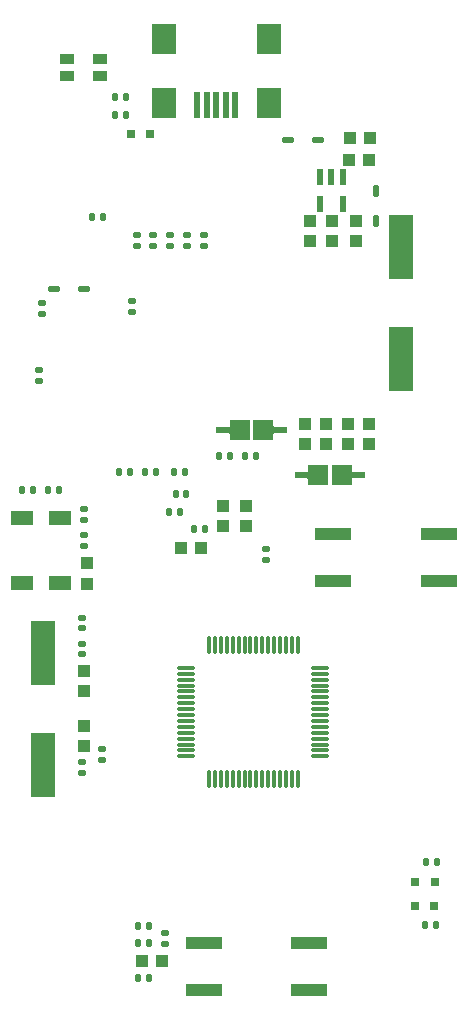
<source format=gbr>
G04*
G04 #@! TF.GenerationSoftware,Altium Limited,Altium Designer,22.4.2 (48)*
G04*
G04 Layer_Color=8421504*
%FSLAX25Y25*%
%MOIN*%
G70*
G04*
G04 #@! TF.SameCoordinates,2D1903EE-2603-4782-A524-194C17E073E1*
G04*
G04*
G04 #@! TF.FilePolarity,Positive*
G04*
G01*
G75*
%ADD13R,0.07874X0.21654*%
G04:AMPARAMS|DCode=14|XSize=57.87mil|YSize=11.02mil|CornerRadius=1.38mil|HoleSize=0mil|Usage=FLASHONLY|Rotation=0.000|XOffset=0mil|YOffset=0mil|HoleType=Round|Shape=RoundedRectangle|*
%AMROUNDEDRECTD14*
21,1,0.05787,0.00827,0,0,0.0*
21,1,0.05512,0.01102,0,0,0.0*
1,1,0.00276,0.02756,-0.00413*
1,1,0.00276,-0.02756,-0.00413*
1,1,0.00276,-0.02756,0.00413*
1,1,0.00276,0.02756,0.00413*
%
%ADD14ROUNDEDRECTD14*%
G04:AMPARAMS|DCode=15|XSize=57.87mil|YSize=11.02mil|CornerRadius=1.38mil|HoleSize=0mil|Usage=FLASHONLY|Rotation=90.000|XOffset=0mil|YOffset=0mil|HoleType=Round|Shape=RoundedRectangle|*
%AMROUNDEDRECTD15*
21,1,0.05787,0.00827,0,0,90.0*
21,1,0.05512,0.01102,0,0,90.0*
1,1,0.00276,0.00413,0.02756*
1,1,0.00276,0.00413,-0.02756*
1,1,0.00276,-0.00413,-0.02756*
1,1,0.00276,-0.00413,0.02756*
%
%ADD15ROUNDEDRECTD15*%
%ADD16R,0.03150X0.03150*%
%ADD17R,0.03937X0.04331*%
%ADD18R,0.12205X0.03937*%
%ADD19R,0.07480X0.05118*%
G04:AMPARAMS|DCode=20|XSize=19.29mil|YSize=23.62mil|CornerRadius=1.93mil|HoleSize=0mil|Usage=FLASHONLY|Rotation=180.000|XOffset=0mil|YOffset=0mil|HoleType=Round|Shape=RoundedRectangle|*
%AMROUNDEDRECTD20*
21,1,0.01929,0.01976,0,0,180.0*
21,1,0.01543,0.02362,0,0,180.0*
1,1,0.00386,-0.00772,0.00988*
1,1,0.00386,0.00772,0.00988*
1,1,0.00386,0.00772,-0.00988*
1,1,0.00386,-0.00772,-0.00988*
%
%ADD20ROUNDEDRECTD20*%
G04:AMPARAMS|DCode=21|XSize=19.29mil|YSize=23.62mil|CornerRadius=1.93mil|HoleSize=0mil|Usage=FLASHONLY|Rotation=270.000|XOffset=0mil|YOffset=0mil|HoleType=Round|Shape=RoundedRectangle|*
%AMROUNDEDRECTD21*
21,1,0.01929,0.01976,0,0,270.0*
21,1,0.01543,0.02362,0,0,270.0*
1,1,0.00386,-0.00988,-0.00772*
1,1,0.00386,-0.00988,0.00772*
1,1,0.00386,0.00988,0.00772*
1,1,0.00386,0.00988,-0.00772*
%
%ADD21ROUNDEDRECTD21*%
%ADD22R,0.04331X0.03937*%
G04:AMPARAMS|DCode=23|XSize=40.55mil|YSize=19.29mil|CornerRadius=2.41mil|HoleSize=0mil|Usage=FLASHONLY|Rotation=180.000|XOffset=0mil|YOffset=0mil|HoleType=Round|Shape=RoundedRectangle|*
%AMROUNDEDRECTD23*
21,1,0.04055,0.01447,0,0,180.0*
21,1,0.03573,0.01929,0,0,180.0*
1,1,0.00482,-0.01786,0.00723*
1,1,0.00482,0.01786,0.00723*
1,1,0.00482,0.01786,-0.00723*
1,1,0.00482,-0.01786,-0.00723*
%
%ADD23ROUNDEDRECTD23*%
G04:AMPARAMS|DCode=24|XSize=51.97mil|YSize=23.23mil|CornerRadius=2.9mil|HoleSize=0mil|Usage=FLASHONLY|Rotation=270.000|XOffset=0mil|YOffset=0mil|HoleType=Round|Shape=RoundedRectangle|*
%AMROUNDEDRECTD24*
21,1,0.05197,0.01742,0,0,270.0*
21,1,0.04616,0.02323,0,0,270.0*
1,1,0.00581,-0.00871,-0.02308*
1,1,0.00581,-0.00871,0.02308*
1,1,0.00581,0.00871,0.02308*
1,1,0.00581,0.00871,-0.02308*
%
%ADD24ROUNDEDRECTD24*%
G04:AMPARAMS|DCode=25|XSize=40.55mil|YSize=19.29mil|CornerRadius=2.41mil|HoleSize=0mil|Usage=FLASHONLY|Rotation=270.000|XOffset=0mil|YOffset=0mil|HoleType=Round|Shape=RoundedRectangle|*
%AMROUNDEDRECTD25*
21,1,0.04055,0.01447,0,0,270.0*
21,1,0.03573,0.01929,0,0,270.0*
1,1,0.00482,-0.00723,-0.01786*
1,1,0.00482,-0.00723,0.01786*
1,1,0.00482,0.00723,0.01786*
1,1,0.00482,0.00723,-0.01786*
%
%ADD25ROUNDEDRECTD25*%
%ADD26R,0.04724X0.03543*%
%ADD27R,0.07874X0.09843*%
%ADD28R,0.01968X0.08858*%
G36*
X205517Y356653D02*
Y358512D01*
X205513Y358539D01*
X205509Y358563D01*
X205505Y358591D01*
X205501Y358618D01*
X205493Y358642D01*
X205481Y358669D01*
X205473Y358693D01*
X205461Y358717D01*
X205450Y358740D01*
X205434Y358764D01*
X205418Y358784D01*
X205402Y358807D01*
X205387Y358827D01*
X205367Y358846D01*
X205347Y358866D01*
X205328Y358882D01*
X205304Y358898D01*
X205284Y358913D01*
X205261Y358929D01*
X205237Y358941D01*
X205213Y358953D01*
X205190Y358961D01*
X205162Y358972D01*
X205139Y358980D01*
X205111Y358984D01*
X205083Y358988D01*
X205060Y358992D01*
X205032Y358996D01*
X205005D01*
X201107D01*
Y361004D01*
X205005D01*
X205032D01*
X205060Y361008D01*
X205083Y361012D01*
X205111Y361016D01*
X205139Y361020D01*
X205162Y361028D01*
X205190Y361039D01*
X205213Y361047D01*
X205237Y361059D01*
X205261Y361071D01*
X205284Y361087D01*
X205304Y361102D01*
X205328Y361118D01*
X205347Y361134D01*
X205367Y361154D01*
X205387Y361173D01*
X205402Y361193D01*
X205418Y361216D01*
X205434Y361236D01*
X205450Y361260D01*
X205461Y361283D01*
X205473Y361307D01*
X205481Y361331D01*
X205493Y361358D01*
X205501Y361382D01*
X205505Y361409D01*
X205509Y361437D01*
X205513Y361461D01*
X205517Y361488D01*
Y363347D01*
X212210D01*
Y356653D01*
X205517D01*
D02*
G37*
G36*
X220595Y358996D02*
X220568D01*
X220540Y358992D01*
X220516Y358988D01*
X220489Y358984D01*
X220461Y358980D01*
X220438Y358972D01*
X220410Y358961D01*
X220387Y358953D01*
X220363Y358941D01*
X220339Y358929D01*
X220316Y358913D01*
X220296Y358898D01*
X220272Y358882D01*
X220253Y358866D01*
X220233Y358846D01*
X220213Y358827D01*
X220198Y358807D01*
X220182Y358784D01*
X220166Y358764D01*
X220150Y358740D01*
X220139Y358717D01*
X220127Y358693D01*
X220119Y358669D01*
X220107Y358642D01*
X220099Y358618D01*
X220095Y358591D01*
X220091Y358563D01*
X220087Y358539D01*
X220083Y358512D01*
Y356653D01*
X213390D01*
Y363347D01*
X220083D01*
Y361488D01*
X220087Y361461D01*
X220091Y361437D01*
X220095Y361409D01*
X220099Y361382D01*
X220107Y361358D01*
X220119Y361331D01*
X220127Y361307D01*
X220139Y361283D01*
X220150Y361260D01*
X220166Y361236D01*
X220182Y361216D01*
X220198Y361193D01*
X220213Y361173D01*
X220233Y361154D01*
X220253Y361134D01*
X220272Y361118D01*
X220296Y361102D01*
X220316Y361087D01*
X220339Y361071D01*
X220363Y361059D01*
X220387Y361047D01*
X220410Y361039D01*
X220438Y361028D01*
X220461Y361020D01*
X220489Y361016D01*
X220516Y361012D01*
X220540Y361008D01*
X220568Y361004D01*
X220595D01*
X224493D01*
Y358996D01*
X220595D01*
D02*
G37*
G36*
X231579Y341779D02*
Y343637D01*
X231576Y343665D01*
X231572Y343688D01*
X231568Y343716D01*
X231564Y343743D01*
X231556Y343767D01*
X231544Y343795D01*
X231536Y343818D01*
X231524Y343842D01*
X231513Y343865D01*
X231497Y343889D01*
X231481Y343909D01*
X231465Y343932D01*
X231450Y343952D01*
X231430Y343972D01*
X231410Y343991D01*
X231391Y344007D01*
X231367Y344023D01*
X231347Y344039D01*
X231324Y344054D01*
X231300Y344066D01*
X231276Y344078D01*
X231253Y344086D01*
X231225Y344098D01*
X231202Y344106D01*
X231174Y344110D01*
X231147Y344113D01*
X231123Y344117D01*
X231095Y344121D01*
X231068D01*
X227170D01*
Y346129D01*
X231068D01*
X231095D01*
X231123Y346133D01*
X231147Y346137D01*
X231174Y346141D01*
X231202Y346145D01*
X231225Y346153D01*
X231253Y346165D01*
X231276Y346172D01*
X231300Y346184D01*
X231324Y346196D01*
X231347Y346212D01*
X231367Y346228D01*
X231391Y346243D01*
X231410Y346259D01*
X231430Y346279D01*
X231450Y346299D01*
X231465Y346318D01*
X231481Y346342D01*
X231497Y346361D01*
X231513Y346385D01*
X231524Y346409D01*
X231536Y346432D01*
X231544Y346456D01*
X231556Y346484D01*
X231564Y346507D01*
X231568Y346535D01*
X231572Y346562D01*
X231576Y346586D01*
X231579Y346614D01*
Y348472D01*
X238272D01*
Y341779D01*
X231579D01*
D02*
G37*
G36*
X246658Y344121D02*
X246631D01*
X246603Y344117D01*
X246580Y344113D01*
X246552Y344110D01*
X246524Y344106D01*
X246501Y344098D01*
X246473Y344086D01*
X246450Y344078D01*
X246426Y344066D01*
X246402Y344054D01*
X246379Y344039D01*
X246359Y344023D01*
X246335Y344007D01*
X246316Y343991D01*
X246296Y343972D01*
X246276Y343952D01*
X246261Y343932D01*
X246245Y343909D01*
X246229Y343889D01*
X246213Y343865D01*
X246202Y343842D01*
X246190Y343818D01*
X246182Y343795D01*
X246170Y343767D01*
X246162Y343743D01*
X246158Y343716D01*
X246154Y343688D01*
X246150Y343665D01*
X246146Y343637D01*
Y341779D01*
X239454D01*
Y348472D01*
X246146D01*
Y346614D01*
X246150Y346586D01*
X246154Y346562D01*
X246158Y346535D01*
X246162Y346507D01*
X246170Y346484D01*
X246182Y346456D01*
X246190Y346432D01*
X246202Y346409D01*
X246213Y346385D01*
X246229Y346361D01*
X246245Y346342D01*
X246261Y346318D01*
X246276Y346299D01*
X246296Y346279D01*
X246316Y346259D01*
X246335Y346243D01*
X246359Y346228D01*
X246379Y346212D01*
X246402Y346196D01*
X246426Y346184D01*
X246450Y346172D01*
X246473Y346165D01*
X246501Y346153D01*
X246524Y346145D01*
X246552Y346141D01*
X246580Y346137D01*
X246603Y346133D01*
X246631Y346129D01*
X246658D01*
X250556D01*
Y344121D01*
X246658D01*
D02*
G37*
D13*
X262500Y383799D02*
D03*
Y421201D02*
D03*
X143200Y248299D02*
D03*
Y285701D02*
D03*
D14*
X235723Y280864D02*
D03*
Y278895D02*
D03*
Y276927D02*
D03*
Y274958D02*
D03*
Y272990D02*
D03*
Y271021D02*
D03*
Y269053D02*
D03*
Y267084D02*
D03*
Y265116D02*
D03*
Y263147D02*
D03*
Y261179D02*
D03*
Y259210D02*
D03*
Y257242D02*
D03*
Y255273D02*
D03*
Y253305D02*
D03*
Y251336D02*
D03*
X191077D02*
D03*
Y253305D02*
D03*
Y255273D02*
D03*
Y257242D02*
D03*
Y259210D02*
D03*
Y261179D02*
D03*
Y263147D02*
D03*
Y265116D02*
D03*
Y267084D02*
D03*
Y269053D02*
D03*
Y271021D02*
D03*
Y272990D02*
D03*
Y274958D02*
D03*
Y276927D02*
D03*
Y278895D02*
D03*
Y280864D02*
D03*
D15*
X198636Y288423D02*
D03*
X200605D02*
D03*
X202573D02*
D03*
X204542D02*
D03*
X206510D02*
D03*
X208479D02*
D03*
X210447D02*
D03*
X212416D02*
D03*
X214384D02*
D03*
X216353D02*
D03*
X218321D02*
D03*
X220290D02*
D03*
X222258D02*
D03*
X224227D02*
D03*
X226195D02*
D03*
X228164D02*
D03*
Y243777D02*
D03*
X226195D02*
D03*
X224227D02*
D03*
X222258D02*
D03*
X220290D02*
D03*
X218321D02*
D03*
X216353D02*
D03*
X214384D02*
D03*
X212416D02*
D03*
X210447D02*
D03*
X208479D02*
D03*
X206510D02*
D03*
X204542D02*
D03*
X202573D02*
D03*
X200605D02*
D03*
X198636D02*
D03*
D16*
X267252Y201300D02*
D03*
X273748D02*
D03*
X273900Y209600D02*
D03*
X267404D02*
D03*
X179048Y458700D02*
D03*
X172552D02*
D03*
D17*
X157100Y261593D02*
D03*
Y254900D02*
D03*
X230500Y355307D02*
D03*
Y362000D02*
D03*
X244900Y355307D02*
D03*
Y362000D02*
D03*
X237700Y355307D02*
D03*
Y362000D02*
D03*
X252100Y361993D02*
D03*
Y355300D02*
D03*
X203200Y328207D02*
D03*
Y334900D02*
D03*
X210900D02*
D03*
Y328207D02*
D03*
X158100Y308953D02*
D03*
Y315647D02*
D03*
X157100Y273054D02*
D03*
Y279747D02*
D03*
X239700Y423153D02*
D03*
Y429846D02*
D03*
X232200Y423153D02*
D03*
Y429846D02*
D03*
X247700D02*
D03*
Y423153D02*
D03*
D18*
X240080Y325474D02*
D03*
X275120D02*
D03*
X240080Y309726D02*
D03*
X275120D02*
D03*
X196780Y189274D02*
D03*
X231820D02*
D03*
X196780Y173526D02*
D03*
X231820D02*
D03*
D19*
X148999Y330627D02*
D03*
Y308973D02*
D03*
X136401D02*
D03*
Y330627D02*
D03*
D20*
X148583Y340200D02*
D03*
X145000D02*
D03*
X185309Y332900D02*
D03*
X188891D02*
D03*
X178591Y194800D02*
D03*
X175009D02*
D03*
X172291Y346000D02*
D03*
X168709D02*
D03*
X197291Y327100D02*
D03*
X193709D02*
D03*
X187509Y338700D02*
D03*
X191091D02*
D03*
X178491Y177600D02*
D03*
X174909D02*
D03*
X270709Y195000D02*
D03*
X274291D02*
D03*
X270961Y216100D02*
D03*
X274543D02*
D03*
X175009Y189200D02*
D03*
X178591D02*
D03*
X190491Y346000D02*
D03*
X186909D02*
D03*
X177409D02*
D03*
X180991D02*
D03*
X136200Y340200D02*
D03*
X139783D02*
D03*
X159709Y431136D02*
D03*
X163291D02*
D03*
X210709Y351500D02*
D03*
X214291D02*
D03*
X202009D02*
D03*
X205591D02*
D03*
X167317Y471000D02*
D03*
X170900D02*
D03*
X170883Y465200D02*
D03*
X167300D02*
D03*
D21*
X157100Y333783D02*
D03*
Y330200D02*
D03*
X156200Y245717D02*
D03*
Y249300D02*
D03*
Y294017D02*
D03*
Y297600D02*
D03*
X184000Y192500D02*
D03*
Y188917D02*
D03*
X157100Y321500D02*
D03*
Y325083D02*
D03*
X162800Y253700D02*
D03*
Y250117D02*
D03*
X156200Y288891D02*
D03*
Y285309D02*
D03*
X185700Y425000D02*
D03*
Y421417D02*
D03*
X174500Y425000D02*
D03*
Y421417D02*
D03*
X180100Y424991D02*
D03*
Y421409D02*
D03*
X142100Y379991D02*
D03*
Y376409D02*
D03*
X217600Y320500D02*
D03*
Y316917D02*
D03*
X143100Y398809D02*
D03*
Y402391D02*
D03*
X191300Y421409D02*
D03*
Y424991D02*
D03*
X172900Y402991D02*
D03*
Y399409D02*
D03*
X196900Y424991D02*
D03*
Y421409D02*
D03*
D22*
X196093Y320700D02*
D03*
X189400D02*
D03*
X176253Y183200D02*
D03*
X182947D02*
D03*
X252046Y450000D02*
D03*
X245354D02*
D03*
X252200Y457500D02*
D03*
X245507D02*
D03*
D23*
X157100Y407000D02*
D03*
X147100D02*
D03*
X235000Y456800D02*
D03*
X225000D02*
D03*
D24*
X243140Y435492D02*
D03*
X235660D02*
D03*
Y444508D02*
D03*
X239400D02*
D03*
X243140D02*
D03*
D25*
X254400Y429700D02*
D03*
Y439700D02*
D03*
D26*
X162400Y478091D02*
D03*
X151376D02*
D03*
Y483800D02*
D03*
X162400D02*
D03*
D27*
X183500Y490500D02*
D03*
X218539D02*
D03*
X183500Y469043D02*
D03*
X218539D02*
D03*
D28*
X194720Y468551D02*
D03*
X197870D02*
D03*
X201020D02*
D03*
X204169D02*
D03*
X207319D02*
D03*
M02*

</source>
